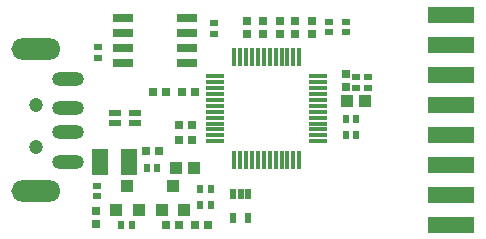
<source format=gbr>
G04 #@! TF.FileFunction,Soldermask,Top*
%FSLAX46Y46*%
G04 Gerber Fmt 4.6, Leading zero omitted, Abs format (unit mm)*
G04 Created by KiCad (PCBNEW 4.0.1-stable) date 25/01/2016 20:17:01*
%MOMM*%
G01*
G04 APERTURE LIST*
%ADD10C,0.150000*%
%ADD11O,2.690000X1.190000*%
%ADD12O,4.180000X1.800000*%
%ADD13C,1.200000*%
%ADD14R,0.800000X0.700000*%
%ADD15R,0.700000X0.800000*%
%ADD16R,0.997560X0.997560*%
%ADD17R,1.000100X1.000100*%
%ADD18R,0.600000X0.800000*%
%ADD19R,0.800000X0.600000*%
%ADD20R,1.340460X2.229460*%
%ADD21R,1.750000X0.800000*%
%ADD22R,0.606400X0.860400*%
%ADD23R,1.100000X0.600000*%
%ADD24R,4.010000X1.470000*%
%ADD25R,1.500000X0.450000*%
%ADD26R,0.450000X1.500000*%
G04 APERTURE END LIST*
D10*
D11*
X153924000Y-98694200D03*
X153924000Y-96194100D03*
X153924000Y-94194100D03*
X153924000Y-91694000D03*
D12*
X151224000Y-101194000D03*
X151224000Y-89194000D03*
D13*
X151224000Y-93944000D03*
X151224000Y-97440000D03*
D14*
X160486000Y-97790000D03*
X161586000Y-97790000D03*
D15*
X173164500Y-87862500D03*
X173164500Y-86762500D03*
X174561500Y-87862500D03*
X174561500Y-86762500D03*
D14*
X163597500Y-92773500D03*
X164697500Y-92773500D03*
X164380000Y-96901000D03*
X163280000Y-96901000D03*
D15*
X177419000Y-92371000D03*
X177419000Y-91271000D03*
X169037000Y-87862500D03*
X169037000Y-86762500D03*
D14*
X164677000Y-104076500D03*
X165777000Y-104076500D03*
D15*
X156273500Y-103991500D03*
X156273500Y-102891500D03*
D16*
X163080700Y-99250500D03*
X164579300Y-99250500D03*
X179057300Y-93535500D03*
X177558700Y-93535500D03*
D17*
X157990500Y-102791260D03*
X159890500Y-102791260D03*
X158940500Y-100792280D03*
X161864000Y-102791260D03*
X163764000Y-102791260D03*
X162814000Y-100792280D03*
D18*
X160586000Y-99250500D03*
X161486000Y-99250500D03*
D19*
X178333400Y-91574200D03*
X178333400Y-92474200D03*
X166243000Y-87889500D03*
X166243000Y-86989500D03*
X156464000Y-89021500D03*
X156464000Y-89921500D03*
D18*
X178313500Y-95059500D03*
X177413500Y-95059500D03*
X158427000Y-104076500D03*
X159327000Y-104076500D03*
D19*
X156337000Y-101643600D03*
X156337000Y-100743600D03*
X176022000Y-87762500D03*
X176022000Y-86862500D03*
X177419000Y-86862500D03*
X177419000Y-87762500D03*
X179298600Y-91574200D03*
X179298600Y-92474200D03*
D18*
X178313500Y-96456500D03*
X177413500Y-96456500D03*
X165107200Y-101015800D03*
X166007200Y-101015800D03*
D14*
X163300500Y-104076500D03*
X162200500Y-104076500D03*
D15*
X171831000Y-86762500D03*
X171831000Y-87862500D03*
D18*
X165107200Y-102336600D03*
X166007200Y-102336600D03*
D20*
X156657040Y-98742500D03*
X159064960Y-98742500D03*
D21*
X158590000Y-86550500D03*
X158590000Y-87820500D03*
X158590000Y-89090500D03*
X158590000Y-90360500D03*
X163990000Y-90360500D03*
X163990000Y-89090500D03*
X163990000Y-87820500D03*
X163990000Y-86550500D03*
D22*
X169189400Y-101473000D03*
X167868600Y-101473000D03*
X168529000Y-101473000D03*
X167868600Y-103505000D03*
X169189400Y-103505000D03*
D23*
X157900000Y-94596000D03*
X159600000Y-94596000D03*
X159600000Y-95396000D03*
X157900000Y-95396000D03*
D14*
X161121000Y-92773500D03*
X162221000Y-92773500D03*
X163280000Y-95631000D03*
X164380000Y-95631000D03*
D15*
X170434000Y-86762500D03*
X170434000Y-87862500D03*
D24*
X186309000Y-86258400D03*
X186309000Y-88798400D03*
X186309000Y-91338400D03*
X186309000Y-93878400D03*
X186309000Y-96418400D03*
X186309000Y-98958400D03*
X186309000Y-101498400D03*
X186309000Y-104038400D03*
D25*
X166388800Y-91484000D03*
X166388800Y-91984000D03*
X166388800Y-92484000D03*
X166388800Y-92984000D03*
X166388800Y-93484000D03*
X166388800Y-93984000D03*
X166388800Y-94484000D03*
X166388800Y-94984000D03*
X166388800Y-95484000D03*
X166388800Y-95984000D03*
X166388800Y-96484000D03*
X166388800Y-96984000D03*
D26*
X167988800Y-98584000D03*
X168488800Y-98584000D03*
X168988800Y-98584000D03*
X169488800Y-98584000D03*
X169988800Y-98584000D03*
X170488800Y-98584000D03*
X170988800Y-98584000D03*
X171488800Y-98584000D03*
X171988800Y-98584000D03*
X172488800Y-98584000D03*
X172988800Y-98584000D03*
X173488800Y-98584000D03*
D25*
X175088800Y-96984000D03*
X175088800Y-96484000D03*
X175088800Y-95984000D03*
X175088800Y-95484000D03*
X175088800Y-94984000D03*
X175088800Y-94484000D03*
X175088800Y-93984000D03*
X175088800Y-93484000D03*
X175088800Y-92984000D03*
X175088800Y-92484000D03*
X175088800Y-91984000D03*
X175088800Y-91484000D03*
D26*
X173488800Y-89884000D03*
X172988800Y-89884000D03*
X172488800Y-89884000D03*
X171988800Y-89884000D03*
X171488800Y-89884000D03*
X170988800Y-89884000D03*
X170488800Y-89884000D03*
X169988800Y-89884000D03*
X169488800Y-89884000D03*
X168988800Y-89884000D03*
X168488800Y-89884000D03*
X167988800Y-89884000D03*
M02*

</source>
